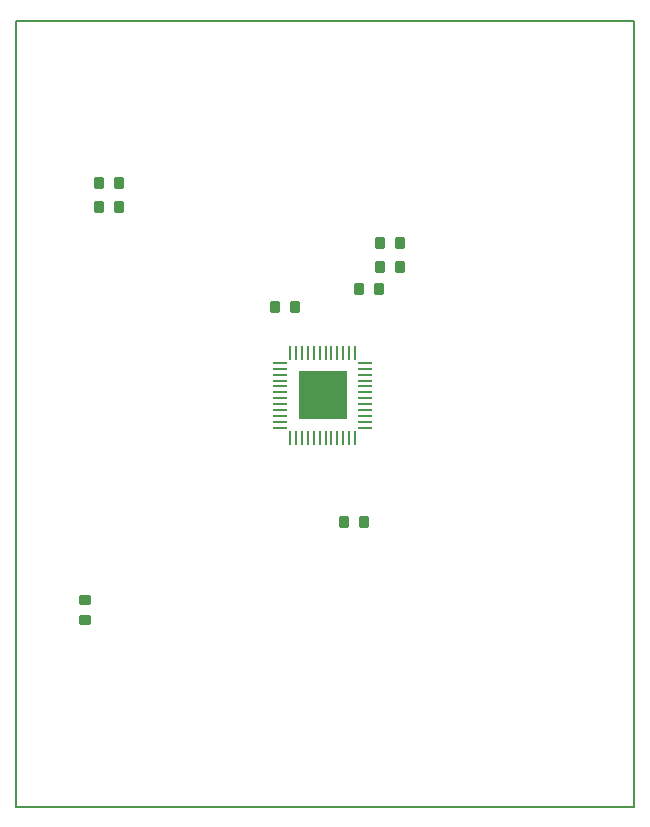
<source format=gtp>
G04 Layer_Color=8421504*
%FSLAX25Y25*%
%MOIN*%
G70*
G01*
G75*
G04:AMPARAMS|DCode=10|XSize=39.37mil|YSize=35.43mil|CornerRadius=4.43mil|HoleSize=0mil|Usage=FLASHONLY|Rotation=270.000|XOffset=0mil|YOffset=0mil|HoleType=Round|Shape=RoundedRectangle|*
%AMROUNDEDRECTD10*
21,1,0.03937,0.02657,0,0,270.0*
21,1,0.03051,0.03543,0,0,270.0*
1,1,0.00886,-0.01329,-0.01526*
1,1,0.00886,-0.01329,0.01526*
1,1,0.00886,0.01329,0.01526*
1,1,0.00886,0.01329,-0.01526*
%
%ADD10ROUNDEDRECTD10*%
G04:AMPARAMS|DCode=11|XSize=39.37mil|YSize=35.43mil|CornerRadius=4.43mil|HoleSize=0mil|Usage=FLASHONLY|Rotation=0.000|XOffset=0mil|YOffset=0mil|HoleType=Round|Shape=RoundedRectangle|*
%AMROUNDEDRECTD11*
21,1,0.03937,0.02657,0,0,0.0*
21,1,0.03051,0.03543,0,0,0.0*
1,1,0.00886,0.01526,-0.01329*
1,1,0.00886,-0.01526,-0.01329*
1,1,0.00886,-0.01526,0.01329*
1,1,0.00886,0.01526,0.01329*
%
%ADD11ROUNDEDRECTD11*%
%ADD12R,0.16142X0.16142*%
%ADD13O,0.00984X0.04724*%
%ADD14O,0.04724X0.00984*%
%ADD20C,0.00500*%
D10*
X134346Y300000D02*
D03*
X127654D02*
D03*
X186153Y266500D02*
D03*
X192847D02*
D03*
X221153Y288000D02*
D03*
X227847D02*
D03*
X221153Y280000D02*
D03*
X227847D02*
D03*
X220847Y272500D02*
D03*
X214154D02*
D03*
X134346Y308000D02*
D03*
X127654D02*
D03*
X209154Y195000D02*
D03*
X215846D02*
D03*
D11*
X123000Y162153D02*
D03*
Y168846D02*
D03*
D12*
X202110Y237075D02*
D03*
D13*
X191284Y251150D02*
D03*
X193252D02*
D03*
X195220D02*
D03*
X197189D02*
D03*
X199158D02*
D03*
X201126D02*
D03*
X203095D02*
D03*
X205063D02*
D03*
X207031D02*
D03*
X209000D02*
D03*
X210968D02*
D03*
X212937D02*
D03*
Y223000D02*
D03*
X210968D02*
D03*
X209000D02*
D03*
X207031D02*
D03*
X205063D02*
D03*
X203095D02*
D03*
X201126D02*
D03*
X199158D02*
D03*
X197189D02*
D03*
X195220D02*
D03*
X193252D02*
D03*
X191284D02*
D03*
D14*
X216185Y247902D02*
D03*
Y245933D02*
D03*
Y243965D02*
D03*
Y241996D02*
D03*
Y240028D02*
D03*
Y238059D02*
D03*
Y236090D02*
D03*
Y234122D02*
D03*
Y232154D02*
D03*
Y230185D02*
D03*
Y228217D02*
D03*
Y226248D02*
D03*
X188035D02*
D03*
Y228217D02*
D03*
Y230185D02*
D03*
Y232154D02*
D03*
Y234122D02*
D03*
Y236090D02*
D03*
Y238059D02*
D03*
Y240028D02*
D03*
Y241996D02*
D03*
Y243965D02*
D03*
Y245933D02*
D03*
Y247902D02*
D03*
D20*
X100000Y100000D02*
X306000D01*
Y362000D01*
X100000D02*
X306000D01*
X100000Y100000D02*
Y362000D01*
M02*

</source>
